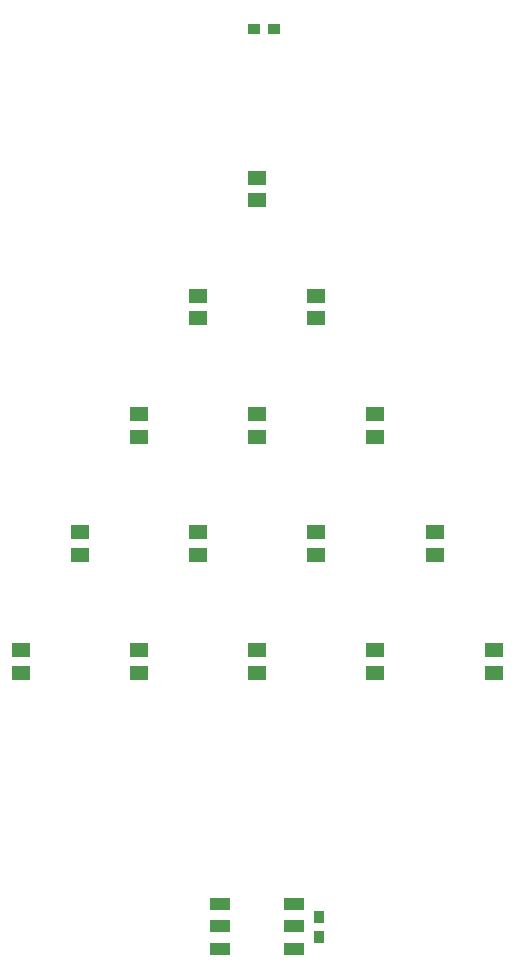
<source format=gbp>
G04 EAGLE Gerber RS-274X export*
G75*
%MOMM*%
%FSLAX34Y34*%
%LPD*%
%INSolderpaste Bottom*%
%IPPOS*%
%AMOC8*
5,1,8,0,0,1.08239X$1,22.5*%
G01*
%ADD10R,1.500000X1.300000*%
%ADD11R,1.000000X0.900000*%
%ADD12R,1.676400X1.016000*%
%ADD13R,0.900000X1.000000*%


D10*
X100000Y330500D03*
X100000Y349500D03*
X200000Y530500D03*
X200000Y549500D03*
X300000Y530500D03*
X300000Y549500D03*
X400000Y530500D03*
X400000Y549500D03*
X350000Y649500D03*
X350000Y630500D03*
X250000Y649500D03*
X250000Y630500D03*
X300000Y730500D03*
X300000Y749500D03*
X200000Y330500D03*
X200000Y349500D03*
X300000Y330500D03*
X300000Y349500D03*
X400000Y330500D03*
X400000Y349500D03*
X500000Y330500D03*
X500000Y349500D03*
X450000Y449500D03*
X450000Y430500D03*
X350000Y449500D03*
X350000Y430500D03*
X250000Y449500D03*
X250000Y430500D03*
X150000Y449500D03*
X150000Y430500D03*
D11*
X314400Y875800D03*
X297400Y875800D03*
D12*
X268660Y134950D03*
X268660Y115900D03*
X268660Y96850D03*
X330890Y134950D03*
X330890Y115900D03*
X330890Y96850D03*
D13*
X352000Y123850D03*
X352000Y106850D03*
M02*

</source>
